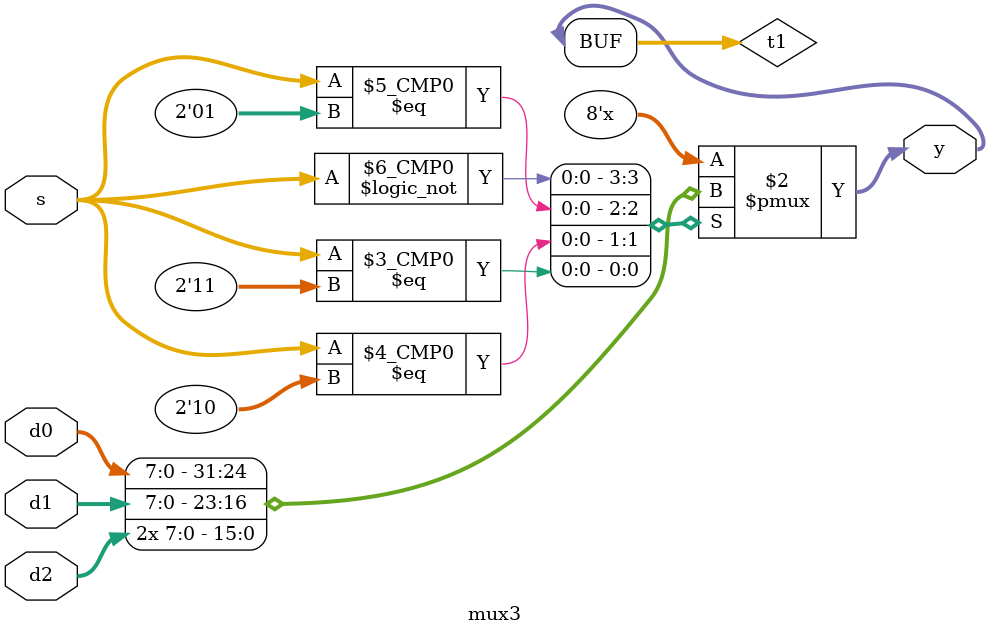
<source format=v>
`timescale 1ns / 1ps
module mux3(d0, d1, d2, y, s);
    input [7:0] d0;
    input [7:0] d1;
    input [7:0] d2;
    output [7:0] y;
    input [1:0] s;
	 reg [7:0] t1;
always @(s or d0 or d1 or d2)
begin
case (s)
2'b00: t1 = d0;
2'b01: t1 = d1;
2'b10: t1 = d2;
2'b11: t1 = d2;

endcase
end
assign y=t1;
endmodule

</source>
